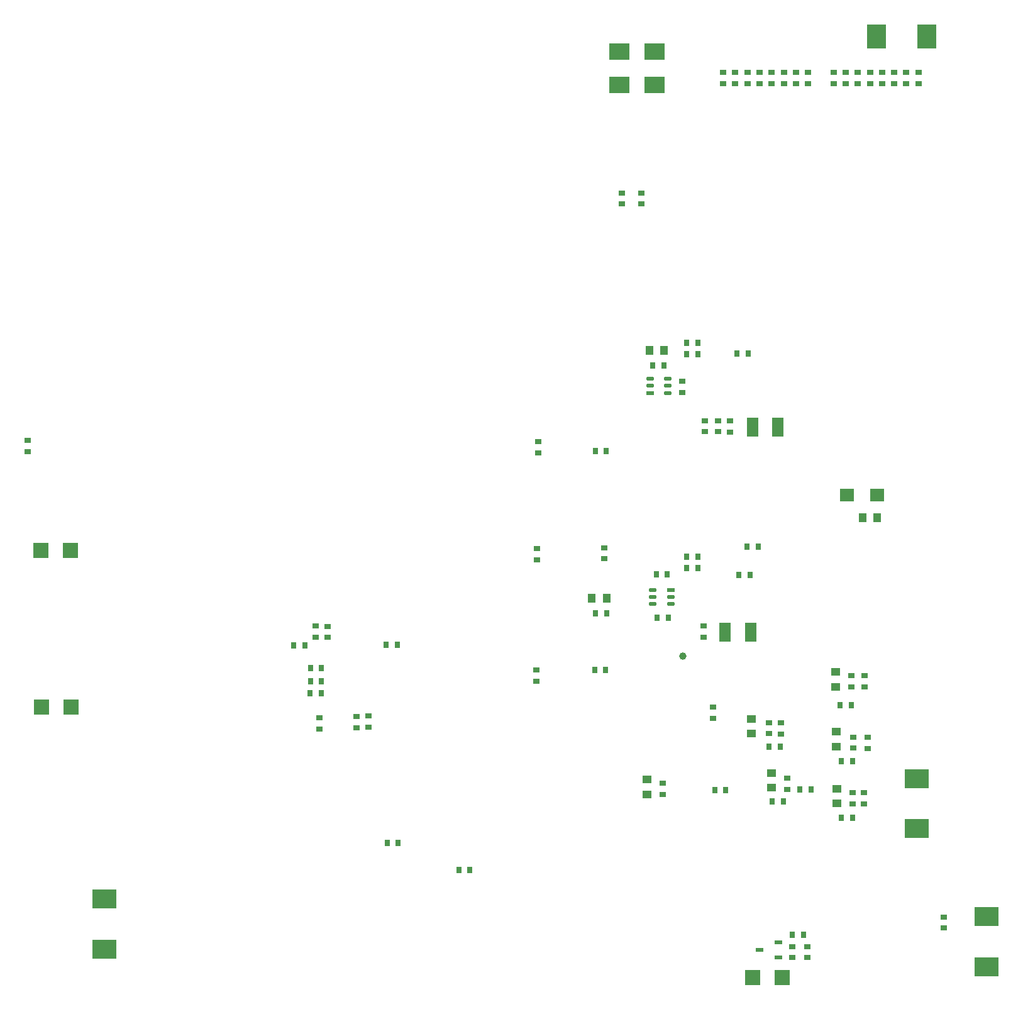
<source format=gbp>
G04*
G04 #@! TF.GenerationSoftware,Altium Limited,Altium Designer,23.10.1 (27)*
G04*
G04 Layer_Color=128*
%FSLAX25Y25*%
%MOIN*%
G70*
G04*
G04 #@! TF.SameCoordinates,C39A602E-4AF5-4C04-9668-1E5429A84749*
G04*
G04*
G04 #@! TF.FilePolarity,Positive*
G04*
G01*
G75*
%ADD22R,0.03347X0.02756*%
%ADD24R,0.05118X0.03937*%
%ADD25R,0.02756X0.03347*%
%ADD36R,0.03937X0.05118*%
%ADD49C,0.03937*%
%ADD64R,0.07284X0.06693*%
%ADD66R,0.03937X0.02362*%
%ADD152R,0.11024X0.08661*%
%ADD153R,0.09843X0.12992*%
%ADD154R,0.12992X0.09843*%
%ADD155R,0.06000X0.10000*%
%ADD156O,0.04331X0.01968*%
%ADD157R,0.04331X0.01968*%
%ADD158R,0.07874X0.07874*%
D22*
X374400Y469300D02*
D03*
Y475206D02*
D03*
X363900Y469300D02*
D03*
Y475206D02*
D03*
X407900Y354474D02*
D03*
X534800Y85600D02*
D03*
X492500Y213494D02*
D03*
X494250Y180883D02*
D03*
X492440Y151496D02*
D03*
X421200Y348400D02*
D03*
X396142Y375374D02*
D03*
X451600Y165105D02*
D03*
X448400Y188500D02*
D03*
X462387Y75805D02*
D03*
X412400Y202700D02*
D03*
X407258Y245800D02*
D03*
X354690Y281300D02*
D03*
X385600Y162385D02*
D03*
X534800Y91505D02*
D03*
X385600Y156480D02*
D03*
X319590Y343300D02*
D03*
Y337394D02*
D03*
X48900Y338084D02*
D03*
Y343990D02*
D03*
X492500Y219400D02*
D03*
X354690Y287206D02*
D03*
X319100Y280700D02*
D03*
Y286606D02*
D03*
X318500Y216500D02*
D03*
Y222406D02*
D03*
X229600Y192000D02*
D03*
Y197906D02*
D03*
X223354Y191746D02*
D03*
Y197651D02*
D03*
X203700Y191100D02*
D03*
Y197006D02*
D03*
X208000Y239595D02*
D03*
Y245500D02*
D03*
X201790Y239800D02*
D03*
Y245706D02*
D03*
X462387Y69900D02*
D03*
X454387Y69900D02*
D03*
Y75805D02*
D03*
X492440Y157401D02*
D03*
X486440Y151496D02*
D03*
Y157401D02*
D03*
X451600Y159200D02*
D03*
X412400Y196794D02*
D03*
X494250Y186789D02*
D03*
X486750Y180978D02*
D03*
Y186883D02*
D03*
X448400Y194405D02*
D03*
X441900Y188594D02*
D03*
Y194500D02*
D03*
X485600Y213500D02*
D03*
Y219406D02*
D03*
X407258Y239895D02*
D03*
X421200Y354306D02*
D03*
X414900Y354474D02*
D03*
Y348569D02*
D03*
X407900D02*
D03*
X396142Y369468D02*
D03*
X521200Y539100D02*
D03*
Y533194D02*
D03*
X514771Y539100D02*
D03*
Y533194D02*
D03*
X508343Y539100D02*
D03*
Y533194D02*
D03*
X501914Y539100D02*
D03*
Y533194D02*
D03*
X495486Y539100D02*
D03*
Y533194D02*
D03*
X489057Y539100D02*
D03*
Y533194D02*
D03*
X482629Y539100D02*
D03*
Y533194D02*
D03*
X476200Y539100D02*
D03*
Y533194D02*
D03*
X462700Y539100D02*
D03*
Y533194D02*
D03*
X456257Y539100D02*
D03*
Y533194D02*
D03*
X449814Y539100D02*
D03*
Y533194D02*
D03*
X443371Y539100D02*
D03*
Y533194D02*
D03*
X436929Y539100D02*
D03*
Y533194D02*
D03*
X430486Y539100D02*
D03*
Y533194D02*
D03*
X424043Y539100D02*
D03*
Y533194D02*
D03*
X417600Y539100D02*
D03*
Y533194D02*
D03*
D24*
X377400Y156426D02*
D03*
Y164300D02*
D03*
X478100Y159474D02*
D03*
Y151600D02*
D03*
X443400Y160000D02*
D03*
Y167874D02*
D03*
X432600Y188600D02*
D03*
Y196474D02*
D03*
X477400Y213400D02*
D03*
Y221274D02*
D03*
X477700Y189574D02*
D03*
Y181700D02*
D03*
D25*
X430900Y390069D02*
D03*
X380347Y383869D02*
D03*
X349900Y338300D02*
D03*
X436258Y287800D02*
D03*
X432000Y272700D02*
D03*
X460300Y82100D02*
D03*
X419100Y158800D02*
D03*
X388095Y273000D02*
D03*
X388690Y250000D02*
D03*
X350000Y252300D02*
D03*
X349500Y222300D02*
D03*
X413195Y158800D02*
D03*
X244900Y235700D02*
D03*
X238995D02*
D03*
X424995Y390069D02*
D03*
X426094Y272700D02*
D03*
X404164Y282300D02*
D03*
X398258D02*
D03*
X386253Y383869D02*
D03*
X480400Y174100D02*
D03*
X486306D02*
D03*
X355805Y338300D02*
D03*
X355405Y222300D02*
D03*
X245400Y130600D02*
D03*
X239494D02*
D03*
X277500Y116300D02*
D03*
X283405D02*
D03*
X204590Y209900D02*
D03*
X198684D02*
D03*
X204800Y216400D02*
D03*
X198895D02*
D03*
X204795Y223500D02*
D03*
X198890D02*
D03*
X195890Y235500D02*
D03*
X189984D02*
D03*
X454394Y82100D02*
D03*
X480395Y144100D02*
D03*
X486300D02*
D03*
X464305Y159200D02*
D03*
X458400D02*
D03*
X443794Y152700D02*
D03*
X449700D02*
D03*
X447905Y181700D02*
D03*
X442000D02*
D03*
X479795Y203700D02*
D03*
X485700D02*
D03*
X382784Y250000D02*
D03*
X404164Y276300D02*
D03*
X398258D02*
D03*
X355906Y252300D02*
D03*
X430353Y287800D02*
D03*
X404306Y389568D02*
D03*
X398400D02*
D03*
X404306Y395568D02*
D03*
X398400D02*
D03*
X382190Y273000D02*
D03*
D36*
X499372Y303135D02*
D03*
X491498D02*
D03*
X378542Y391568D02*
D03*
X386416D02*
D03*
X348000Y260300D02*
D03*
X355874D02*
D03*
D49*
X396200Y229821D02*
D03*
D64*
X483158Y314900D02*
D03*
X499300D02*
D03*
D66*
X446887Y77900D02*
D03*
X437044Y73963D02*
D03*
X446887Y70026D02*
D03*
D152*
X381190Y532400D02*
D03*
Y550117D02*
D03*
X362690Y532400D02*
D03*
Y550117D02*
D03*
D153*
X499000Y558200D02*
D03*
X525575D02*
D03*
D154*
X557300Y65025D02*
D03*
X520347Y164866D02*
D03*
Y138292D02*
D03*
X89790Y74448D02*
D03*
Y101023D02*
D03*
X557300Y91600D02*
D03*
D155*
X446800Y350900D02*
D03*
X432258Y242300D02*
D03*
X418758D02*
D03*
X433300Y350900D02*
D03*
D156*
X378917Y372969D02*
D03*
X389914Y261000D02*
D03*
X388366Y369228D02*
D03*
Y372969D02*
D03*
Y376709D02*
D03*
X378917D02*
D03*
X380465Y264740D02*
D03*
Y261000D02*
D03*
Y257260D02*
D03*
X389914D02*
D03*
D157*
X378917Y369228D02*
D03*
X389914Y264740D02*
D03*
D158*
X433387Y59400D02*
D03*
X449135D02*
D03*
X71748Y285800D02*
D03*
X56000D02*
D03*
X72138Y202800D02*
D03*
X56390D02*
D03*
M02*

</source>
